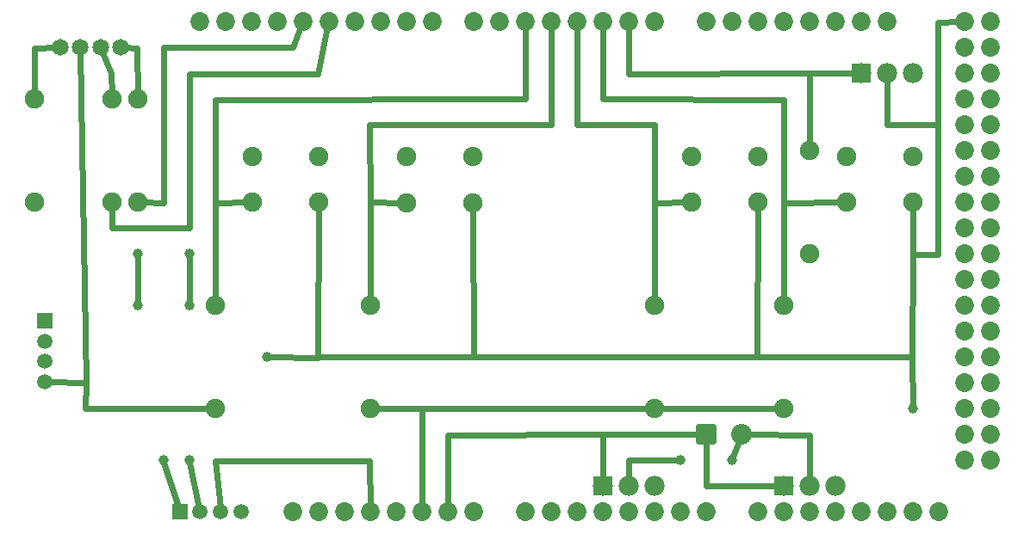
<source format=gtl>
G04 MADE WITH FRITZING*
G04 WWW.FRITZING.ORG*
G04 DOUBLE SIDED*
G04 HOLES PLATED*
G04 CONTOUR ON CENTER OF CONTOUR VECTOR*
%ASAXBY*%
%FSLAX23Y23*%
%MOIN*%
%OFA0B0*%
%SFA1.0B1.0*%
%ADD10C,0.072917*%
%ADD11C,0.075000*%
%ADD12C,0.078000*%
%ADD13C,0.039370*%
%ADD14C,0.080000*%
%ADD15C,0.059200*%
%ADD16C,0.065000*%
%ADD17R,0.078000X0.078000*%
%ADD18R,0.059200X0.059200*%
%ADD19C,0.024000*%
%ADD20C,0.020000*%
%LNCOPPER1*%
G90*
G70*
G54D10*
X3017Y105D03*
X1417Y105D03*
X3117Y105D03*
X3217Y105D03*
X3317Y105D03*
X3417Y105D03*
X3717Y1505D03*
X3517Y105D03*
X3617Y105D03*
X1457Y2005D03*
X2017Y105D03*
X2117Y105D03*
X2217Y105D03*
X2317Y105D03*
X3717Y705D03*
X2417Y105D03*
X2517Y105D03*
X2617Y105D03*
X2717Y105D03*
X2217Y2005D03*
X3717Y1905D03*
X3717Y1105D03*
X3717Y305D03*
X1057Y2005D03*
X1817Y105D03*
X1817Y2005D03*
X3717Y1705D03*
X3717Y1305D03*
X3717Y905D03*
X3417Y2005D03*
X3717Y505D03*
X3317Y2005D03*
X3217Y2005D03*
X3117Y2005D03*
X3017Y2005D03*
X2917Y2005D03*
X2817Y2005D03*
X2717Y2005D03*
X857Y2005D03*
X1257Y2005D03*
X1657Y2005D03*
X1217Y105D03*
X1617Y105D03*
X2417Y2005D03*
X2017Y2005D03*
X3717Y2005D03*
X3717Y1805D03*
X3717Y1605D03*
X3717Y1405D03*
X3717Y1205D03*
X3717Y1005D03*
X3717Y805D03*
X3717Y605D03*
X3717Y405D03*
X757Y2005D03*
X957Y2005D03*
X1157Y2005D03*
X1357Y2005D03*
X1557Y2005D03*
X1117Y105D03*
X1317Y105D03*
X1517Y105D03*
X1717Y105D03*
X2517Y2005D03*
X2317Y2005D03*
X2117Y2005D03*
X1917Y2005D03*
X3817Y2005D03*
X3817Y1905D03*
X3817Y1805D03*
X3817Y1705D03*
X3817Y1605D03*
X3817Y1505D03*
X3817Y1405D03*
X3817Y1305D03*
X3817Y1205D03*
X3817Y1105D03*
X3817Y1005D03*
X3817Y905D03*
X3817Y805D03*
X3817Y705D03*
X3817Y605D03*
X3817Y505D03*
X3817Y405D03*
X3817Y305D03*
X2917Y105D03*
G54D11*
X117Y1305D03*
X117Y1705D03*
X417Y1305D03*
X417Y1705D03*
X517Y1305D03*
X517Y1705D03*
X817Y505D03*
X817Y905D03*
G54D12*
X3317Y1805D03*
X3417Y1805D03*
X3517Y1805D03*
G54D11*
X3117Y1105D03*
X3117Y1505D03*
X1816Y1304D03*
X1560Y1304D03*
X1816Y1481D03*
X1560Y1481D03*
G54D13*
X3517Y505D03*
G54D14*
X2717Y405D03*
X2855Y405D03*
G54D12*
X2317Y205D03*
X2417Y205D03*
X2517Y205D03*
X3017Y205D03*
X3117Y205D03*
X3217Y205D03*
G54D13*
X2617Y305D03*
X2817Y305D03*
X1017Y705D03*
X517Y1105D03*
X517Y905D03*
X717Y1105D03*
X717Y905D03*
G54D15*
X681Y105D03*
X917Y105D03*
X838Y105D03*
X759Y105D03*
X157Y845D03*
X157Y609D03*
X157Y688D03*
X157Y766D03*
G54D13*
X617Y305D03*
X717Y305D03*
G54D11*
X1217Y1305D03*
X961Y1305D03*
X1217Y1482D03*
X961Y1482D03*
X2917Y1305D03*
X2661Y1305D03*
X2917Y1482D03*
X2661Y1482D03*
X3517Y1305D03*
X3261Y1305D03*
X3517Y1482D03*
X3261Y1482D03*
X1417Y505D03*
X1417Y905D03*
X2517Y505D03*
X2517Y905D03*
X3017Y505D03*
X3017Y905D03*
G54D16*
X217Y1905D03*
X296Y1905D03*
X374Y1905D03*
X453Y1905D03*
G54D17*
X3317Y1805D03*
X2317Y205D03*
X3017Y205D03*
G54D18*
X681Y105D03*
X157Y845D03*
G54D19*
X619Y297D02*
X674Y127D01*
D02*
X719Y297D02*
X756Y120D01*
D02*
X2318Y1705D02*
X2317Y1986D01*
D02*
X3018Y1704D02*
X2318Y1705D01*
D02*
X3018Y1304D02*
X3018Y1704D01*
D02*
X2518Y1605D02*
X2218Y1605D01*
D02*
X2518Y1304D02*
X2518Y1605D01*
D02*
X2218Y1605D02*
X2217Y1986D01*
D02*
X1416Y1605D02*
X2118Y1605D01*
D02*
X2118Y1605D02*
X2117Y1986D01*
D02*
X1418Y1305D02*
X1416Y1605D01*
D02*
X817Y1704D02*
X2018Y1705D01*
D02*
X2018Y1705D02*
X2017Y1986D01*
D02*
X817Y1304D02*
X817Y1704D01*
D02*
X117Y1722D02*
X118Y1904D01*
D02*
X118Y1904D02*
X204Y1905D01*
D02*
X517Y1722D02*
X516Y1904D01*
D02*
X516Y1904D02*
X466Y1905D01*
D02*
X417Y1722D02*
X415Y1805D01*
D02*
X415Y1805D02*
X379Y1893D01*
D02*
X617Y1905D02*
X1016Y1906D01*
D02*
X617Y1304D02*
X617Y1905D01*
D02*
X1117Y1906D02*
X1150Y1987D01*
D02*
X534Y1305D02*
X617Y1304D01*
D02*
X1016Y1906D02*
X1117Y1906D01*
D02*
X718Y1206D02*
X418Y1206D01*
D02*
X1216Y1804D02*
X718Y1804D01*
D02*
X718Y1804D02*
X718Y1206D01*
D02*
X1253Y1986D02*
X1216Y1804D01*
D02*
X418Y1206D02*
X417Y1287D01*
D02*
X2417Y1804D02*
X3117Y1805D01*
D02*
X3117Y1805D02*
X3298Y1805D01*
D02*
X2417Y1986D02*
X2417Y1804D01*
D02*
X3117Y1805D02*
X3117Y1522D01*
D02*
X3518Y1103D02*
X3517Y1287D01*
D02*
X3616Y1605D02*
X3417Y1605D01*
D02*
X3417Y1605D02*
X3417Y1786D01*
D02*
X3616Y1103D02*
X3616Y1605D01*
D02*
X3518Y1103D02*
X3616Y1103D01*
D02*
X3516Y705D02*
X3517Y513D01*
D02*
X1216Y703D02*
X1218Y705D01*
D02*
X1818Y705D02*
X1816Y1287D01*
D02*
X1218Y705D02*
X1818Y705D01*
D02*
X3117Y705D02*
X3516Y705D01*
D02*
X2916Y705D02*
X3117Y705D01*
D02*
X3516Y705D02*
X3518Y1103D01*
D02*
X1217Y1287D02*
X1216Y703D01*
D02*
X2916Y705D02*
X2917Y1287D01*
D02*
X2417Y705D02*
X2916Y705D01*
D02*
X1818Y705D02*
X2417Y705D01*
D02*
X3615Y2004D02*
X3698Y2005D01*
D02*
X3616Y1605D02*
X3615Y2004D01*
D02*
X1618Y506D02*
X1434Y505D01*
D02*
X2499Y505D02*
X1618Y506D01*
D02*
X317Y605D02*
X296Y1892D01*
D02*
X799Y505D02*
X316Y506D01*
D02*
X316Y506D02*
X317Y605D01*
D02*
X1618Y506D02*
X1617Y124D01*
D02*
X2317Y405D02*
X2697Y405D01*
D02*
X1717Y404D02*
X2317Y405D01*
D02*
X1717Y124D02*
X1717Y404D01*
D02*
X2317Y405D02*
X2317Y224D01*
D02*
X2717Y205D02*
X2998Y205D01*
D02*
X2717Y385D02*
X2717Y205D01*
D02*
X3117Y404D02*
X2875Y405D01*
D02*
X3117Y224D02*
X3117Y404D01*
D02*
X2609Y305D02*
X2418Y306D01*
D02*
X2418Y306D02*
X2417Y224D01*
D02*
X2820Y312D02*
X2848Y386D01*
D02*
X317Y605D02*
X173Y609D01*
D02*
X1216Y703D02*
X1025Y705D01*
D02*
X517Y913D02*
X517Y1097D01*
D02*
X717Y913D02*
X717Y1097D01*
D02*
X1417Y124D02*
X1416Y304D01*
D02*
X1416Y304D02*
X817Y304D01*
D02*
X2518Y1304D02*
X2644Y1305D01*
D02*
X2999Y505D02*
X2534Y505D01*
D02*
X817Y922D02*
X817Y1304D01*
D02*
X817Y1304D02*
X944Y1305D01*
D02*
X1417Y922D02*
X1418Y1305D01*
D02*
X1418Y1305D02*
X1542Y1304D01*
D02*
X2517Y922D02*
X2518Y1304D01*
D02*
X3017Y922D02*
X3018Y1304D01*
D02*
X3018Y1304D02*
X3244Y1305D01*
D02*
X817Y304D02*
X837Y121D01*
G54D20*
X2687Y435D02*
X2747Y435D01*
X2747Y375D01*
X2687Y375D01*
X2687Y435D01*
D02*
G04 End of Copper1*
M02*
</source>
